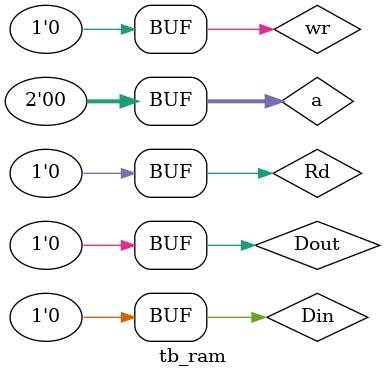
<source format=v>
`timescale 1ns / 1ps


module tb_ram;

	// Inputs
	reg [1:0] a;
	reg wr;
	reg Din;
	reg Rd;
	reg Dout;

	// Instantiate the Unit Under Test (UUT)
	ram uut (
		.a(a), 
		.wr(wr), 
		.Din(Din), 
		.Rd(Rd), 
		.Dout(Dout)
	);

	initial begin
		// Initialize Inputs
		a = 0;
		wr = 0;
		Din = 0;
		Rd = 0;
		Dout = 0;

		// Wait 100 ns for global reset to finish
		#100;
        
		// Add stimulus here

	end
      
endmodule


</source>
